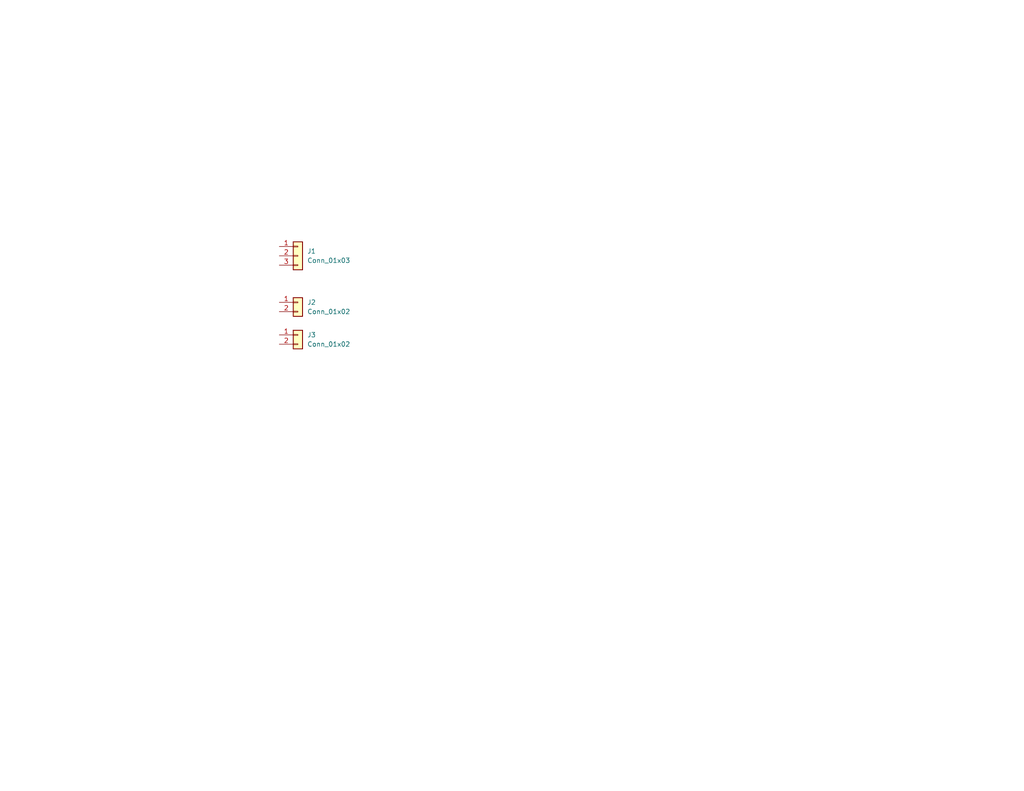
<source format=kicad_sch>
(kicad_sch (version 20230121) (generator eeschema)
  (paper "USLetter")
  (title_block (title "Horns") (date "2022-08-16") (rev "0.0") (company "Illini Solar Car") (comment 1 "Designed By: Dylan M"))
  (lib_symbols
    (symbol "Connector_Generic:Conn_01x02" (pin_names (offset 1.016) hide)
      (property "Reference" "J" (at 0 2.54 0))
      (property "Value" "Conn_01x02" (at 0 -5.08 0))
      (symbol "Conn_01x02_1_1"
        (rectangle (start -1.27 -2.413) (end 0 -2.667) (stroke (width 0.1524)))
        (rectangle (start -1.27 0.127) (end 0 -0.127) (stroke (width 0.1524)))
        (rectangle (start -1.27 1.27) (end 1.27 -3.81) (stroke (width 0.254)) (fill (type background)))
        (pin passive line (at -5.08 0 0) (length 3.81) (name "Pin_1") (number "1"))
        (pin passive line (at -5.08 -2.54 0) (length 3.81) (name "Pin_2") (number "2"))
      )
    )
    (symbol "Connector_Generic:Conn_01x03" (pin_names (offset 1.016) hide)
      (property "Reference" "J" (at 0 5.08 0))
      (property "Value" "Conn_01x03" (at 0 -5.08 0))
      (symbol "Conn_01x03_1_1"
        (rectangle (start -1.27 -2.413) (end 0 -2.667) (stroke (width 0.1524)))
        (rectangle (start -1.27 0.127) (end 0 -0.127) (stroke (width 0.1524)))
        (rectangle (start -1.27 2.667) (end 0 2.413) (stroke (width 0.1524)))
        (rectangle (start -1.27 3.81) (end 1.27 -3.81) (stroke (width 0.254)) (fill (type background)))
        (pin passive line (at -5.08 2.54 0) (length 3.81) (name "Pin_1") (number "1"))
        (pin passive line (at -5.08 0 0) (length 3.81) (name "Pin_2") (number "2"))
        (pin passive line (at -5.08 -2.54 0) (length 3.81) (name "Pin_3") (number "3"))
      )
    )
  )
  (symbol (lib_id "Connector_Generic:Conn_01x02") (at 81.28 91.44 0) (unit 1)
    (property "Reference" "J3" (at 83.82 91.44 0) (effects (justify left)))
    (property "Value" "Conn_01x02" (at 83.82 93.98 0) (effects (justify left)))
  )
  (symbol (lib_id "Connector_Generic:Conn_01x03") (at 81.28 69.85 0) (unit 1)
    (property "Reference" "J1" (at 83.82 68.58 0) (effects (justify left)))
    (property "Value" "Conn_01x03" (at 83.82 71.12 0) (effects (justify left)))
  )
  (symbol (lib_id "Connector_Generic:Conn_01x02") (at 81.28 82.55 0) (unit 1)
    (property "Reference" "J2" (at 83.82 82.55 0) (effects (justify left)))
    (property "Value" "Conn_01x02" (at 83.82 85.09 0) (effects (justify left)))
  )
)
</source>
